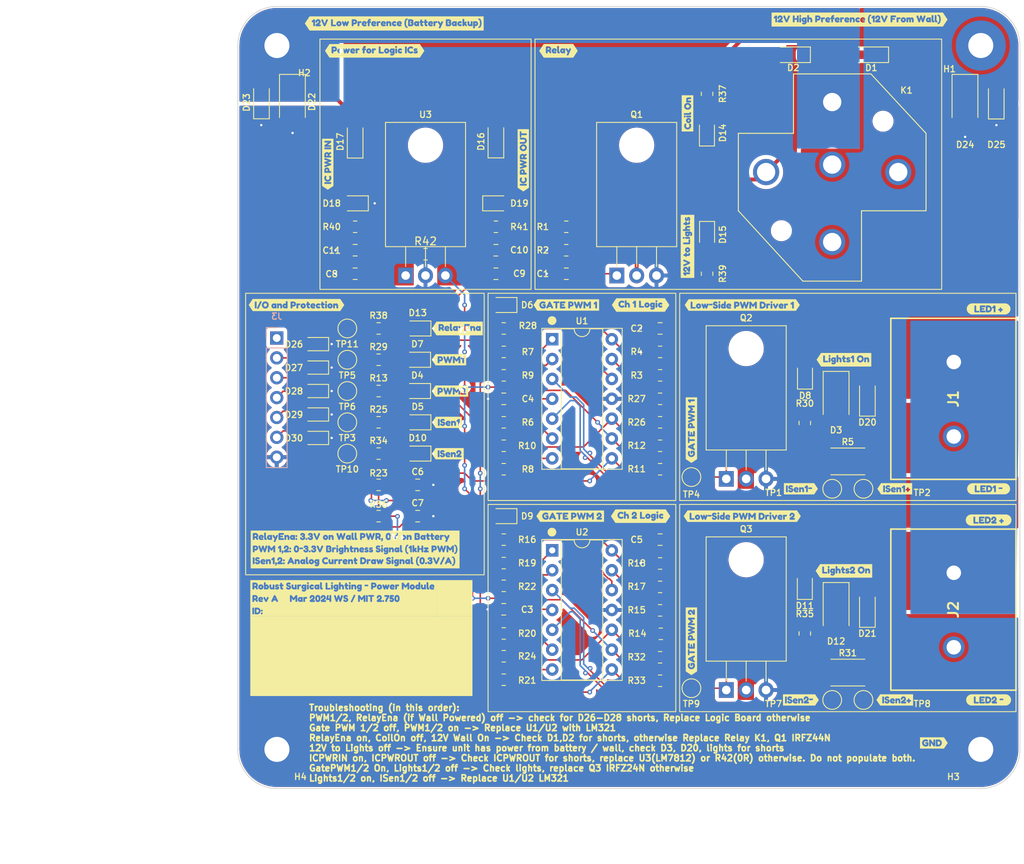
<source format=kicad_pcb>
(kicad_pcb (version 20240108) (generator "pcbnew") (generator_version "8.0")
  (title_block (company "Open Surgical Light Project - MIT Medical Device Design Spring 2024") (comment 1 "Drawn by: Edit author in Page Settings"))
  (layers (0 "F.Cu" signal) (31 "B.Cu" signal) (34 "B.Paste" user) (35 "F.Paste" user) (36 "B.SilkS" user "B.Silkscreen") (37 "F.SilkS" user "F.Silkscreen") (38 "B.Mask" user) (39 "F.Mask" user) (44 "Edge.Cuts" user))
  (property "AUTHOR" "Winnie Szeto")
  (property "PROJECT_REVISION" "A01")
  (property "PROJECT_TITLE" "Power Module")
  (net 0 "")
  (net 1 "GND")
  (net 2 "Net-(Q2-G)")
  (net 3 "/ISense1_P")
  (net 4 "Net-(Q3-G)")
  (net 5 "/CurrentSenseCh1")
  (net 6 "/CurrentSenseCh2")
  (net 7 "/12V_HighPreference")
  (net 8 "Net-(D1-A)")
  (net 9 "/12V_Lights")
  (net 10 "/12V_LowPreference")
  (net 11 "/ISense1_N")
  (net 12 "/ISense2_N")
  (net 13 "/RelaySelectHighPreference")
  (net 14 "/PWM_Lights1")
  (net 15 "Net-(U1A--)")
  (net 16 "Net-(U1B--)")
  (net 17 "Net-(R7-Pad1)")
  (net 18 "Net-(R8-Pad2)")
  (net 19 "Net-(U1C--)")
  (net 20 "Net-(U1C-+)")
  (net 21 "/ISen2_unfilt")
  (net 22 "/PWM_Lights2")
  (net 23 "Net-(U2A--)")
  (net 24 "Net-(U2B--)")
  (net 25 "Net-(U2C--)")
  (net 26 "Net-(U2C-+)")
  (net 27 "Net-(D4-A)")
  (net 28 "Net-(D5-A)")
  (net 29 "Net-(D6-A)")
  (net 30 "Net-(D7-A)")
  (net 31 "Net-(D8-K)")
  (net 32 "Net-(D9-A)")
  (net 33 "Net-(D10-A)")
  (net 34 "Net-(D11-K)")
  (net 35 "Net-(D13-A)")
  (net 36 "Net-(D14-A)")
  (net 37 "Net-(D15-A)")
  (net 38 "Net-(D18-A)")
  (net 39 "Net-(D19-A)")
  (net 41 "Net-(R27-Pad2)")
  (net 42 "Net-(U2D--)")
  (net 43 "Net-(R15-Pad2)")
  (net 44 "Net-(R19-Pad1)")
  (net 45 "Net-(R21-Pad2)")
  (net 46 "Net-(U1D--)")
  (net 47 "/ISen1_unfilt")
  (net 48 "/OpAmpPWR")
  (net 49 "/VIN_OPA_PWR")
  (net 50 "/ISense2_P")
  (net 51 "/RelayFETGate")
  (net 52 "/RELAY_COIL_N")
  (footprint "kibuzzard-65ECB486" (layer "F.Cu") (at 169 84.678202)
    (property "Reference" "kibuzzard-65ECB486" (hide yes))
    (property "Value" "G***" (hide yes))
  )
  (footprint "kibuzzard-65ECB1C7" (layer "F.Cu") (at 124 68.177857)
    (property "Reference" "kibuzzard-65ECB1C7" (hide yes))
    (property "Value" "G***" (hide yes))
  )
  (footprint "Diode_SMD:D_SOD-123F" (layer "F.Cu") (at 177.5 73.178202 90)
    (property "Reference" "D20")
    (property "Value" "SZSMF4L15CAT3G")
  )
  (footprint "Diode_SMD:D_SOD-123F" (layer "F.Cu") (at 112 40.178202 90)
    (property "Reference" "D17")
    (property "Value" "1N5819W")
  )
  (footprint "kibuzzard-65ECB1F7" (layer "F.Cu") (at 139 61.178202)
    (property "Reference" "kibuzzard-65ECB1F7" (hide yes))
    (property "Value" "G***" (hide yes))
  )
  (footprint "Resistor_SMD:R_0805_2012Metric" (layer "F.Cu") (at 131 79.178202 180)
    (property "Reference" "R10")
    (property "Value" "10K")
  )
  (footprint "Package_TO_SOT_THT:TO-220-3_Horizontal_TabDown" (layer "F.Cu") (at 118.46 57.408202)
    (property "Reference" "U3")
    (property "Value" "LM7805")
  )
  (footprint "TestPoint:TestPoint_Pad_D2.0mm" (layer "F.Cu") (at 111 64.178202)
    (property "Reference" "TP11")
    (property "Value" "TestPoint_Small")
  )
  (footprint "Resistor_SMD:R_0805_2012Metric" (layer "F.Cu") (at 151 109.228202 180)
    (property "Reference" "R33")
    (property "Value" "10K")
  )
  (footprint "Resistor_SMD:R_0805_2012Metric" (layer "F.Cu") (at 131 103.178202)
    (property "Reference" "R20")
    (property "Value" "10K")
  )
  (footprint "Resistor_SMD:R_2512_6332Metric" (layer "F.Cu") (at 175 108.178202 180)
    (property "Reference" "R31")
    (property "Value" "5mR 1W")
  )
  (footprint "TestPoint:TestPoint_Pad_D2.0mm" (layer "F.Cu") (at 177 84.678202)
    (property "Reference" "TP2")
    (property "Value" "TestPoint_Small")
  )
  (footprint "Resistor_SMD:R_0805_2012Metric" (layer "F.Cu") (at 151 97.228202)
    (property "Reference" "R17")
    (property "Value" "100R")
  )
  (footprint "TestPoint:TestPoint_Pad_D2.0mm" (layer "F.Cu") (at 173 84.678202)
    (property "Reference" "TP1")
    (property "Value" "TestPoint_Small")
  )
  (footprint "kibuzzard-65ECB58F" (layer "F.Cu") (at 161.5 88.178202)
    (property "Reference" "kibuzzard-65ECB58F" (hide yes))
    (property "Value" "G***" (hide yes))
  )
  (footprint "Resistor_SMD:R_0805_2012Metric" (layer "F.Cu") (at 157 57.178202 90)
    (property "Reference" "R39")
    (property "Value" "0805,10k")
  )
  (footprint "kibuzzard-65F1E0A1" (layer "F.Cu") (at 110.5 98.678202)
    (property "Reference" "kibuzzard-65F1E0A1" (hide yes))
    (property "Value" "G***" (hide yes))
  )
  (footprint "Resistor_SMD:R_0805_2012Metric" (layer "F.Cu") (at 169.5 103.178202 -90)
    (property "Reference" "R35")
    (property "Value" "0805,10k")
  )
  (footprint "kibuzzard-65ECAEE6" (layer "F.Cu") (at 154.5 36.678202 90)
    (property "Reference" "kibuzzard-65ECAEE6" (hide yes))
    (property "Value" "G***" (hide yes))
  )
  (footprint "Diode_SMD:D_SOD-123F" (layer "F.Cu") (at 168 29.178202 180)
    (property "Reference" "D2")
    (property "Value" "1N5819W")
  )
  (footprint "kibuzzard-65F7788D" (layer "F.Cu") (at 154.5 53.678202 90)
    (property "Reference" "kibuzzard-65F7788D" (hide yes))
    (property "Value" "G***" (hide yes))
  )
  (footprint "Resistor_SMD:R_0805_2012Metric" (layer "F.Cu") (at 169.5 76.265702 -90)
    (property "Reference" "R30")
    (property "Value" "0805,10k")
  )
  (footprint "TestPoint:TestPoint_Pad_D2.0mm" (layer "F.Cu") (at 173 111.678202)
    (property "Reference" "TP7")
    (property "Value" "TestPoint_Small")
  )
  (footprint "Diode_SMD:D_SOD-323F" (layer "F.Cu") (at 107 78.178202 180)
    (property "Reference" "D30")
    (property "Value" "PESD3V3L1BA,115")
  )
  (footprint "Connectors_SurgicalLighting:NC6-P108-02" (layer "F.Cu") (at 188.551 68.466702 -90)
    (property "Reference" "J1")
    (property "Value" "NC6-P108-02" (hide yes))
  )
  (footprint "kibuzzard-65ECB323" (layer "F.Cu") (at 181 84.678202)
    (property "Reference" "kibuzzard-65ECB323" (hide yes))
    (property "Value" "G***" (hide yes))
  )
  (footprint "Resistor_SMD:R_0805_2012Metric" (layer "F.Cu") (at 131 106.090702 180)
    (property "Reference" "R24")
    (property "Value" "10K")
  )
  (footprint "kibuzzard-65ECB3CB" (layer "F.Cu") (at 193 61.678202)
    (property "Reference" "kibuzzard-65ECB3CB" (hide yes))
    (property "Value" "G***" (hide yes))
  )
  (footprint "Resistor_SMD:R_0805_2012Metric" (layer "F.Cu") (at 115 72.178202)
    (property "Reference" "R13")
    (property "Value" "0805,1k")
  )
  (footprint "Resistor_SMD:R_0805_2012Metric" (layer "F.Cu") (at 131 64.178202 180)
    (property "Reference" "R28")
    (property "Value" "0805,1k")
  )
  (footprint "kibuzzard-65ECB075" (layer "F.Cu") (at 148.5 88.178202)
    (property "Reference" "kibuzzard-65ECB075" (hide yes))
    (property "Value" "G***" (hide yes))
  )
  (footprint "MountingHole:MountingHole_3.2mm_M3_Pad_TopBottom" (layer "F.Cu") (at 102 28)
    (property "Reference" "H2")
    (property "Value" "M3 Hole")
  )
  (footprint "kibuzzard-65F778C5" (layer "F.Cu") (at 108.5 43.178202 90)
    (property "Reference" "kibuzzard-65F778C5" (hide yes))
    (property "Value" "G***" (hide yes))
  )
  (footprint "Diode_SMD:D_SOD-123F" (layer "F.Cu") (at 130 40.155702 90)
    (property "Reference" "D16")
    (property "Value" "1N5819W")
  )
  (footprint "LED_SMD:LED_0805_2012Metric" (layer "F.Cu") (at 112 48.178202 180)
    (property "Reference" "D18")
    (property "Value" "LED WHITE")
  )
  (footprint "kibuzzard-65ECB342" (layer "F.Cu") (at 181 111.678202)
    (property "Reference" "kibuzzard-65ECB342" (hide yes))
    (property "Value" "G***" (hide yes))
  )
  (footprint "Resistor_SMD:R_0805_2012Metric" (layer "F.Cu") (at 151 82.178202 180)
    (property "Reference" "R11")
    (property "Value" "10K")
  )
  (footprint "kibuzzard-65ECDF44" (layer "F.Cu") (at 112 91.678202)
    (property "Reference" "kibuzzard-65ECDF44" (hide yes))
    (property "Value" "G***" (hide yes))
  )
  (footprint "TestPoint:TestPoint_Pad_D2.0mm" (layer "F.Cu") (at 111 68.178202 180)
    (property "Reference" "TP5")
    (property "Value" "TestPoint_Small")
  )
  (footprint "MountingHole:MountingHole_3.2mm_M3_Pad_TopBottom" (layer "F.Cu") (at 192 118)
    (property "Reference" "H3")
    (property "Value" "M3 Hole")
  )
  (footprint "Resistor_SMD:R_0805_2012Metric" (layer "F.Cu") (at 151 79.178202 180)
    (property "Reference" "R12")
    (property "Value" "10K")
  )
  (footprint "LED_SMD:LED_0805_2012Metric" (layer "F.Cu") (at 156.98 39.158202 90)
    (property "Reference" "D14")
    (property "Value" "LED Orange")
  )
  (footprint "kibuzzard-65ECAFEF" (layer "F.Cu") (at 114.5 28.678202)
    (property "Reference" "kibuzzard-65ECAFEF" (hide yes))
    (property "Value" "G***" (hide yes))
  )
  (footprint "LED_SMD:LED_0805_2012Metric" (layer "F.Cu") (at 157 52.178202 -90)
    (property "Reference" "D15")
    (property "Value" "LED Blue")
  )
  (footprint "kibuzzard-65ECB6CC" (layer "F.Cu") (at 117 25.178202)
    (property "Reference" "kibuzzard-65ECB6CC" (hide yes))
    (property "Value" "G***" (hide yes))
  )
  (footprint "TestPoint:TestPoint_Pad_D2.0mm" (layer "F.Cu") (at 111 80.178202 180)
    (property "Reference" "TP10")
    (property "Value" "TestPoint_Small")
  )
  (footprint "Package_DIP:DIP-14_W7.62mm_Socket" (layer "F.Cu") (at 137.2 92.553202)
    (property "Reference" "U2")
    (property "Value" "LM324")
  )
  (footprint "TestPoint:TestPoint_Pad_D2.0mm" (layer "F.Cu") (at 155 110.178202)
    (property "Reference" "TP9")
    (property "Value" "TestPoint_Small")
  )
  (footprint "Resistor_SMD:R_0805_2012Metric" (layer "F.Cu") (at 151 94.228202 180)
    (property "Reference" "R18")
    (property "Value" "100K")
  )
  (footprint "Package_TO_SOT_THT:TO-220-3_Horizontal_TabDown" (layer "F.Cu") (at 159.46 110.408202)
    (property "Reference" "Q3")
    (property "Value" "IRLZ44N")
  )
  (footprint "LED_SMD:LED_0805_2012Metric" (layer "F.Cu") (at 131 61.178202 180)
    (property "Reference" "D6")
    (property "Value" "LED Orange")
  )
  (footprint "Capacitor_SMD:C_0805_2012Metric" (layer "F.Cu") (at 131 100.090702 180)
    (property "Reference" "C3")
    (property "Value" "1uF")
  )
  (footprint "Diode_SMD:D_SOD-323F" (layer "F.Cu") (at 107 72.178202 180)
    (property "Reference" "D28")
    (property "Value" "PESD3V3L1BA,115")
  )
  (footprint "Diode_SMD:D_SMA" (layer "F.Cu") (at 173.5 73.178202 -90)
    (property "Reference" "D3")
    (property "Value" "SMAZ15Z-13-F")
  )
  (footprint "LED_SMD:LED_0805_2012Metric" (layer "F.Cu") (at 120 64.178202 180)
    (property "Reference" "D13")
    (property "Value" "LED Yellow")
  )
  (footprint "Resistor_SMD:R_0805_2012Metric" (layer "F.Cu") (at 131 109.090702)
    (property "Reference" "R21")
    (property "Value" "10K")
  )
  (footprint "kibuzzard-65ECB6F2" (layer "F.Cu") (at 176.5 24.678202)
    (property "Reference" "kibuzzard-65ECB6F2" (hide yes))
    (property "Value" "G***" (hide yes))
  )
  (footprint "MountingHole:MountingHole_3.2mm_M3_Pad_TopBottom" (layer "F.Cu") (at 192 28)
    (property "Reference" "H1")
    (property "Value" "M3 Hole")
  )
  (footprint "kibuzzard-65ECB3F2" (layer "F.Cu") (at 193 111.678202)
    (property "Reference" "kibuzzard-65ECB3F2" (hide yes))
    (property "Value" "G***" (hide yes))
  )
  (footprint "LED_SMD:LED_0805_2012Metric" (layer "F.Cu") (at 120 80.178202 180)
    (property "Reference" "D10")
    (property "Value" "LED Green")
  )
  (footprint "Resistor_SMD:R_0805_2012Metric" (layer "F.Cu") (at 115 64.178202)
    (property "Reference" "R38")
    (property "Value" "0805,1k")
  )
  (footprint "Resistor_SMD:R_0805_2012Metric" (layer "F.Cu") (at 151 100.228202)
    (property "Reference" "R15")
    (property "Value" "10K")
  )
  (footprint "Resistor_SMD:R_0805_2012Metric" (layer "F.Cu") (at 131 94.178202 180)
    (property "Reference" "R19")
    (property "Value" "10K")
  )
  (footprint "Resistor_SMD:R_0805_2012Metric" (layer "F.Cu") (at 131 70.178202)
    (property "Reference" "R9")
    (property "Value" "10K")
  )
  (footprint "Resistor_SMD:R_0805_2012Metric" (layer "F.Cu") (at 115 68.178202)
    (property "Reference" "R29")
    (property "Value" "0805,1k")
  )
  (footprint "kibuzzard-65ECB19A" (layer "F.Cu") (at 125.07045 64.178202)
    (property "Reference" "kibuzzard-65ECB19A" (hide yes))
    (property "Value" "G***" (hide yes))
  )
  (footprint "MosfetsRelaysSwitches_Surgical_Lighting:TE_VCF4-1000" (layer "F.Cu") (at 173 44.178202 -90)
    (property "Reference" "K1")
    (property "Value" "PC792A-1C-C-12S-DN-X")
  )
  (footprint "kibuzzard-65ECB213" (layer "F.Cu") (at 124.125406 72.187109)
    (property "Reference" "kibuzzard-65ECB213" (hide yes))
    (property "Value" "G***" (hide yes))
  )
  (footprint "Diode_SMD:D_SOD-323F" (layer "F.Cu") (at 107 66.178202 180)
    (property "Reference" "D26")
    (property "Value" "PESD3V3L1BA,115")
  )
  (footprint "kibuzzard-65ECB3DA" (layer "F.Cu") (at 193 84.678202)
    (property "Reference" "kibuzzard-65ECB3DA" (hide yes))
    (property "Value" "G***" (hide yes))
  )
  (footprint "Resistor_SMD:R_0805_2012Metric" (layer "F.Cu") (at 130 51.178202)
    (property "Reference" "R41")
    (property "Value" "0805,1k")
  )
  (footprint "Package_TO_SOT_THT:TO-220-3_Horizontal_TabDown" (layer "F.Cu") (at 159.46 83.408202)
    (property "Reference" "Q2")
    (property "Value" "IRLZ44N")
  )
  (footprint "Resistor_SMD:R_0805_2012Metric" (layer "F.Cu") (at 151 73.178202)
    (property "Reference" "R27")
    (property "Value" "10K")
  )
  (footprint "Resistor_SMD:R_0805_2012Metric" (layer "F.Cu") (at 139 54.178202 180)
    (property "Reference" "R2")
    (property "Value" "100K")
  )
  (footprint "Resistor_SMD:R_0805_2012Metric" (layer "F.Cu") (at 131 97.090702)
    (property "Reference" "R22")
    (property "Value" "10K")
  )
  (footprint "MountingHole:MountingHole_3.2mm_M3_Pad_TopBottom" (layer "F.Cu") (at 102 118)
    (property "Reference" "H4")
    (property "Value" "M3 Hole")
  )
  (footprint "Resistor_SMD:R_0805_2012Metric" (layer "F.Cu") (at 131 91.178202 180)
    (property "Reference" "R16")
    (property "Value" "0805,1k")
  )
  (footprint "Resistor_SMD:R_0805_2012Metric" (layer "F.Cu") (at 115 84.178202 180)
    (property "Reference" "R23")
    (property "Value" "1K")
  )
  (footprint "Capacitor_SMD:C_0805_2012Metric" (layer "F.Cu") (at 120 88.178202)
    (property "Reference" "C7")
    (property "Value" "10nF")
  )
  (footprint "Connectors_SurgicalLighting:NC6-P108-02" (layer "F.Cu") (at 188.551 95.418202 -90)
    (property "Reference" "J2")
    (property "Value" "NC6-P108-02" (hide yes))
  )
  (footprint "kibuzzard-65ECB3EB" (layer "F.Cu") (at 193 88.678202)
    (property "Reference" "kibuzzard-65ECB3EB" (hide yes))
    (property "Value" "G***" (hide yes))
  )
  (footprint "Diode_SMD:D_SOD-323F" (layer "F.Cu") (at 107 75.178202 180)
    (property "Reference" "D29")
    (property "Value" "PESD3V3L1BA,115")
  )
  (footprint "Diode_SMD:D_SMA" (layer "F.Cu") (at 189.9775 35.200702 -90)
    (property "Reference" "D24")
    (property "Value" "SMAZ15Z-13-F")
  )
  (footprint "Resistor_SMD:R_0805_2012Metric" (layer "F.Cu") (at 157 34.178202 -90)
    (property "Reference" "R37")
    (property "Value" "0805,10k")
  )
  (footprint "Diode_SMD:D_SOD-123F" (layer "F.Cu") (at 193.9775 35.178202 90)
    (property "Reference" "D25")
    (property "Value" "SZSMF4L15CAT3G")
  )
  (footprint "Resistor_SMD:R_0805_2012Metric" (layer "F.Cu") (at 115 80.178202)
    (property "Reference" "R34")
    (property "Value" "0805,1k")
  )
  (footprint "kibuzzard-65ECB203" (layer "F.Cu") (at 155 104.178202 90)
    (property "Reference" "kibuzzard-65ECB203" (hide yes))
    (property "Value" "G***" (hide yes))
  )
  (footprint "LED_SMD:LED_0805_2012Metric" (layer "F.Cu") (at 131 88.178202 180)
    (property "Reference" "D9")
    (property "Value" "LED Orange")
  )
  (footprint "kibuzzard-65ECB1F7" (layer "F.Cu") (at 155 77.178202 90)
    (property "Reference" "kibuzzard-65ECB1F7" (hide yes))
    (property "Value" "G***" (hide yes))
  )
  (footprint "Diode_SMD:D_SOD-123F" (layer "F.Cu") (at 100.0225 35.155702 90)
    (property "Reference" "D23")
    (property "Value" "SZSMF4L15CAT3G")
  )
  (footprint "Resistor_SMD:R_0805_2012Metric" (layer "F.Cu") (at 115 76.178202)
    (property "Reference" "R25")
    (property "Value" "0805,1k")
  )
  (footprint "Capacitor_SMD:C_0805_2012Metric" (layer "F.Cu") (at 151 64.178202 180)
    (property "Reference" "C2")
    (property "Value" "10nF")
  )
  (footprint "Resistor_SMD:R_0805_2012Metric" (layer "F.Cu") (at 112 51.178202 180)
    (property "Reference" "R40")
    (property "Value" "0805,10k")
  )
  (footprint "Resistor_SMD:R_0805_2012Metric" (layer "F.Cu") (at 131 82.178202)
    (property "Reference" "R8")
    (property "Value" "10K")
  )
  (footprint "Resistor_SMD:R_2512_6332Metric" (layer "F.Cu") (at 175 81.178202 180)
    (property "Reference" "R5")
    (property "Value" "5mR 1W")
  )
  (footprint "kibuzzard-65F778BD" (layer "F.Cu") (at 133.5 42.678202 90)
    (property "Reference" "kibuzzard-65F778BD" (hide yes))
    (property "Value" "G***" (hide yes))
  )
  (footprint "kibuzzard-65ECB243" (layer "F.Cu") (at 123.740097 76.188917)
    (property "Reference" "kibuzzard-65ECB243" (hide yes))
    (property "Value" "G***" (hide yes))
  )
  (footprint "Capacitor_SMD:C_0805_2012Metric" (layer "F.Cu") (at 130 54.178202)
    (property "Reference" "C10")
    (property "Value" "1uF")
  )
  (footprint "TestPoint:TestPoint_Pad_D2.0mm" (layer "F.Cu") (at 177 111.678202)
    (property "Reference" "TP8")
    (property "Value" "TestPoint_Small")
  )
  (footprint "kibuzzard-65ECE287" (layer "F.Cu") (at 111.855874 93.958559)
    (property "Reference" "kibuzzard-65ECE287" (hide yes))
    (property "Value" "G***" (hide yes))
  )
  (footprint "LED_SMD:LED_0805_2012Metric" (layer "F.Cu") (at 130 48.178202)
    (property "Reference" "D19")
    (property "Value" "LED WHITE")
  )
  (footprint "Capacitor_SMD:C_0805_2012Metric" (layer "F.Cu") (at 130 57.188202)
    (property "Reference" "C9")
    (property "Value" "1uF")
  )
  (footprint "kibuzzard-65ECB164" (layer "F.Cu") (at 104.5 61.178202)
    (property "Reference" "kibuzzard-65ECB164" (hide yes))
    (property "Value" "G***" (hide yes))
  )
  (footprint "TestPoint:TestPoint_Pad_D2.0mm" (layer "F.Cu") (at 155 83.178202)
    (property "Reference" "TP4")
    (property "Value" "TestPoint_Small")
  )
  (footprint "Resistor_SMD:R_0805_2012Metric" (layer "F.Cu") (at 151 70.178202)
    (property "Reference" "R3")
    (property "Value" "100R")
  )
  (footprint "Resistor_SMD:R_0805_2012Metric" (layer "F.Cu") (at 151.0875 103.228202)
    (property "Reference" "R14")
    (property "Value" "10K")
  )
  (footprint "Capacitor_SMD:C_0805_2012Metric" (layer "F.Cu") (at 151 91.178202 180)
    (property "Reference" "C5")
    (property "Value" "10nF")
  )
  (footprint "Diode_SMD:D_SMA" (layer "F.Cu") (at 103.9775 35.200702 -90)
    (property "Reference" "D22")
    (property "Value" "SMAZ15Z-13-F")
  )
  (footprint "LED_SMD:LED_0805_2012Metric" (layer "F.Cu") (at 169.52 70.245702 90)
    (property "Reference" "D8")
    (property "Value" "LED WHITE")
  )
  (footprint "Diode_SMD:D_SOD-323F" (layer "F.Cu") (at 107 69.178202 180)
    (property "Reference" "D27")
    (property "Value" "PESD3V3L1BA,115")
  )
  (footprint "kibuzzard-65ECB57D" (layer "F.Cu") (at 161.5 61.178202)
    (property "Reference" "kibuzzard-65ECB57D" (hide yes))
    (property "Value" "G***" (hide yes))
  )
  (footprint "TestPoint:TestPoint_Pad_D2.0mm" (layer "F.Cu") (at 111 76.178202 180)
    (property "Reference" "TP3")
    (property "Value" "TestPoint_Small")
  )
  (footprint "Capacitor_SMD:C_0805_2012Metric" (layer "F.Cu") (at 131 73.178202 180)
    (property "Reference" "C4")
    (property "Value" "1uF")
  )
  (footprint "LED_SMD:LED_0805_2012Metric" (layer "F.Cu") (at 119.96 68.178202 180)
    (property "Reference" "D7")
    (property "Value" "LED Yellow")
  )
  (footprint "LED_SMD:LED_0805_2012Metric" (layer "F.Cu") (at 169.5 97.138202 90)
    (property "Reference" "D11")
    (property "Value" "LED WHITE")
  )
  (footprint "Capacitor_SMD:C_0805_2012Metric" (layer "F.Cu") (at 139 57.178202 180)
    (property "Reference" "C1")
    (property "Value" "1uF")
  )
  (footprint "kibuzzard-65ECB256" (layer "F.Cu") (at 123.84762 80.194359)
    (property "Reference" "kibuzzard-65ECB256" (hide yes))
    (property "Value" "G***" (hide yes))
  )
  (footprint "kibuzzard-65ECDE3F" (layer "F.Cu") (at 174.5 68.178202)
    (property "Reference" "kibuzzard-65ECDE3F" (hide yes))
    (property "Value" "G***" (hide yes))
  )
  (footprint "kibuzzard-65ECAFB8" (layer "F.Cu") (at 138 28.678202)
    (property "Reference" "kibuzzard-65ECAFB8" (hide yes))
    (property "Value" "G***" (hide yes))
  )
  (footprint "kibuzzard-65ECDE69" (layer "F.Cu") (at 174.5 95.178202)
    (property "Reference" "kibuzzard-65ECDE69" (hide yes))
    (property "Value" "G***" (hide yes))
  )
  (footprint "Resistor_SMD:R_0805_2012Metric" (layer "F.Cu") (at 131 67.178202 180)
    (property "Reference" "R7")
    (property "Value" "10K")
  )
  (footprint "Package_DIP:DIP-14_W7.62mm_Socket" (layer "F.Cu") (at 137.2 65.553202)
    (property "Reference" "U1")
    (property "Value" "LM324")
  )
  (footprint "Resistor_SMD:R_0805_2012Metric" (layer "F.Cu") (at 121 54.678202)
    (property "Reference" "R42")
    (property "Value" "0805,0")
  )
  (footprint "LED_SMD:LED_0805_2012Metric" (layer "F.Cu") (at 119.96 72.178202 180)
    (property "Reference" "D4")
    (property "Value" "LED Yellow")
  )
  (footprint "Diode_SMD:D_SOD-123F" (layer "F.Cu") (at 178 29.178202 180)
    (property "Reference" "D1")
    (property "Value" "1N5819W")
  )
  (footprint "kibuzzard-65ECB67C" (layer "F.Cu") (at 169 111.678202)
    (property "Reference" "kibuzzard-65ECB67C" (hide yes))
    (property "Value" "G***" (hide yes))
  )
  (footprint "Resistor_SMD:R_0805_2012Metric" (layer "F.Cu") (at 131 76.178202)
    (property "Reference" "R6")
    (property "Value" "10K")
  )
  (footprint "Diode_SMD:D_SMA" (layer "F.Cu") (at 173.5 100.178202 -90)
    (property "Reference" "D12")
    (property "Value" "SMAZ15Z-13-F")
  )
  (footprint "Resistor_SMD:R_0805_2012Metric" (layer "F.Cu") (at 151 76.178202)
    (property "Reference" "R26")
    (property "Value" "10K")
  )
  (footprint "Resistor_SMD:R_0805_2012Metric" (layer "F.Cu") (at 115 88.178202 180)
    (property "Reference" "R36")
    (property "Value" "1K")
  )
  (footprint "Capacitor_SMD:C_0805_2012Metric" (layer "F.Cu") (at 120 84.178202)
    (property "Reference" "C6")
    (property "Value" "10nF")
  )
  (footprint "kibuzzard-65ECBE96" (layer "F.Cu") (at 186 117.178202)
    (property "Reference" "kibuzzard-65ECBE96" (hide yes))
    (property "Value" "G***" (hide yes))
  )
  (footprint "Resistor_SMD:R_0805_2012Metric" (layer "F.Cu") (at 139 51.178202)
    (property "Reference" "R1")
    (property "Value" "1K")
  )
  (footprint "kibuzzard-65ECB203" (layer "F.Cu") (at 139.5 88.178202)
    (property "Reference" "kibuzzard-65ECB203" (hide yes))
    (property "Value" "G***" (hide yes))
  )
  (footprint "LED_SMD:LED_0805_2012Metric" (layer "F.Cu") (at 120 76.178202 180)
    (property "Reference" "D5")
    (property "Value" "LED Green")
  )
  (footprint "Diode_SMD:D_SOD-123F" (layer "F.Cu") (at 177.5 100.178202 90)
    (property "Reference" "D21")
    (property "Value" "SZSMF4L15CAT3G")
  )
  (footprint "Resistor_SMD:R_0805_2012Metric" (layer "F.Cu") (at 151 106.228202 180)
    (property "Reference" "R32")
    (property "Value" "10K")
  )
  (footprint "Capacitor_SMD:C_0805_2012Metric" (layer "F.Cu") (at 112 57.178202 180)
    (property "Reference" "C8")
    (property "Value" "1uF")
  )
  (footprint "Capacitor_SMD:C_0805_2012Metric" (layer "F.Cu") (at 112 54.168202 180)
    (property "Reference" "C11")
    (property "Value" "1uF")
  )
  (footprint "kibuzzard-65ECB040" (layer "F.Cu") (at 148.5 61.178202)
    (property "Reference" "kibuzzard-65ECB040" (hide yes))
    (property "Value" "G***" (hide yes))
  )
  (footprint "TestPoint:TestPoint_Pad_D2.0mm" (layer "F.Cu") (at 111 72.178202 180)
    (property "Reference" "TP6")
    (property "Value" "TestPoint_Small")
  )
  (footprint "Package_TO_SOT_THT:TO-220-3_Horizontal_TabDown" (layer "F.Cu") (at 145.46 57.408202)
    (property "Reference" "Q1")
    (property "Value" "IRLZ44N")
  )
  (footprint "Resistor_SMD:R_0805_2012Metric" (layer "F.Cu") (at 151 67.178202 180)
    (property "Reference" "R4")
    (property "Value" "100K")
  )
  (footprint "Connector_PinSocket_2.54mm:PinSocket_1x07_P2.54mm_Vertical" (layer "B.Cu") (at 101.975 65.4 180)
    (property "Reference" "J3")
    (property "Value" "1x7 Socket P2.54mm")
  )
  (gr_circle (center 137.164868 90.221211) (end 137.664868 90.221211) (stroke (width 0.12)) (fill solid) (layer "F.SilkS"))
  (gr_circle (center 137.179204 63.172752) (end 137.679204 63.172752) (stroke (width 0.12)) (fill solid) (layer "F.SilkS"))
  (gr_rect (start 122.406556 96.356404) (end 127 101) (fill solid) (layer "F.SilkS"))
  (gr_rect (start 153.5 86.678202) (end 196.5 113.178202) (stroke (width 0.12)) (fill none) (layer "F.SilkS"))
  (gr_rect (start 129 86.678202) (end 153 113.178202) (stroke (width 0.12)) (fill none) (layer "F.SilkS"))
  (gr_rect (start 98.593444 101) (end 127 111.178202) (fill solid) (layer "F.SilkS"))
  (gr_rect (start 153.5 59.678202) (end 196.5 86.178202) (stroke (width 0.12)) (fill none) (layer "F.SilkS"))
  (gr_rect (start 107.5 27.178202) (end 134.5 59.178202) (stroke (width 0.12)) (fill none) (layer "F.SilkS"))
  (gr_rect (start 135 27.178202) (end 187 59.178202) (stroke (width 0.12)) (fill none) (layer "F.SilkS"))
  (gr_rect (start 98 59.678202) (end 128.5 95.678202) (stroke (width 0.12)) (fill none) (layer "F.SilkS"))
  (gr_rect (start 129 59.678202) (end 153 86.178202) (stroke (width 0.12)) (fill none) (layer "F.SilkS"))
  (gr_rect (start 124.910978 93.185027) (end 125.349702 94.855828) (fill solid) (layer "F.SilkS"))
  (gr_arc (start 102 123) (mid 98.464466 121.535534) (end 97 118) (stroke (width 0.1)) (layer "Edge.Cuts"))
  (gr_line (start 192 23) (end 102 23) (stroke (width 0.1)) (layer "Edge.Cuts"))
  (gr_arc (start 97 28) (mid 98.464466 24.464466) (end 102 23) (stroke (width 0.1)) (layer "Edge.Cuts"))
  (gr_arc (start 197 118) (mid 195.535534 121.535534) (end 192 123) (stroke (width 0.1)) (layer "Edge.Cuts"))
  (gr_line (start 97 118) (end 97 28) (stroke (width 0.1)) (layer "Edge.Cuts"))
  (gr_line (start 102 123) (end 192 123) (stroke (width 0.1)) (layer "Edge.Cuts"))
  (gr_line (start 197 28) (end 197 118) (stroke (width 0.1)) (layer "Edge.Cuts"))
  (gr_arc (start 192 23) (mid 195.535534 24.464466) (end 197 28) (stroke (width 0.1)) (layer "Edge.Cuts"))
  (gr_text "Troubleshooting (in this order):\nPWM1/2, RelayEna (if Wall Powered) off -> check for D26-D28 shorts, Replace Logic Board otherwise\nGate PWM 1/2 off, PWM1/2 on -> Replace U1/U2 with LM321\nRelayEna on, CoilOn off, 12V Wall On -> Check D1,D2 for shorts, otherwise Replace Relay K1, Q1 IRFZ44N\n12V to Lights off -> Ensure unit has power from battery / wall, check D3, D20, lights for shorts\nICPWRIN on, ICPWROUT off -> Check ICPWROUT for shorts, replace U3(LM7812) or R42(0R) otherwise. Do not populate both.\nGatePWM1/2 On, Lights1/2 off -> Check lights, replace Q3 IRFZ24N otherwise\nLights1/2 on, ISen1/2 off -> Replace U1/U2 LM321" (at 106 117.178202 0) (layer "F.SilkS") (effects (font (size 0.8 0.8) (thickness 0.2) (bold yes)) (justify left)))
  (segment (start 130.05 73.178202) (end 129 73.178202) (width 0.2032) (layer "F.Cu") (net 1))
  (segment (start 130.05 100.090702) (end 128.934105 100.090702) (width 0.2032) (layer "F.Cu") (net 1))
  (segment (start 128.934105 100.090702) (end 128.931957 100.09285) (width 0.2032) (layer "F.Cu") (net 1))
  (via (at 114.5 48.178202) (size 0.6) (drill 0.3) (layers "F.Cu" "B.Cu") (net 1))
  (via (at 109 66.178202) (size 0.6) (drill 0.3) (layers "F.Cu" "B.Cu") (net 1))
  (via (at 109 72.178202) (size 0.6) (drill 0.3) (layers "F.Cu" "B.Cu") (net 1))
  (via (at 122 84.178202) (size 0.6) (drill 0.3) (layers "F.Cu" "B.Cu") (net 1))
  (via (at 109.5 54.178202) (size 0.6) (drill 0.3) (layers "F.Cu" "B.Cu") (net 1))
  (via (at 122 76.178202) (size 0.6) (drill 0.3) (layers "F.Cu" "B.Cu") (net 1))
  (via (at 190 39.678202) (size 0.6) (drill 0.3) (layers "F.Cu" "B.Cu") (net 1))
  (via (at 122 88.178202) (size 0.6) (drill 0.3) (layers "F.Cu" "B.Cu") (net 1))
  (via (at 148.5 67.178202) (size 0.6) (drill 0.3) (layers "F.Cu" "B.Cu") (net 1))
  (via (at 109 75.178202) (size 0.6) (drill 0.3) (layers "F.Cu" "B.Cu") (net 1))
  (via (at 109 69.178202) (size 0.6) (drill 0.3) (layers "F.Cu" "B.Cu") (net 1))
  (via (at 129 73.178202) (size 0.6) (drill 0.3) (layers "F.Cu" "B.Cu") (net 1))
  (via (at 109.5 57.178202) (size 0.6) (drill 0.3) (layers "F.Cu" "B.Cu") (net 1))
  (via (at 148.5 94.178202) (size 0.6) (drill 0.3) (layers "F.Cu" "B.Cu") (net 1))
  (via (at 109 78.178202) (size 0.6) (drill 0.3) (layers "F.Cu" "B.Cu") (net 1))
  (via (at 104 39.178202) (size 0.6) (drill 0.3) (layers "F.Cu" "B.Cu") (net 1))
  (via (at 100 38.178202) (size 0.6) (drill 0.3) (layers "F.Cu" "B.Cu") (net 1))
  (via (at 122 68.178202) (size 0.6) (drill 0.3) (layers "F.Cu" "B.Cu") (net 1))
  (via (at 148.5 64.178202) (size 0.6) (drill 0.3) (layers "F.Cu" "B.Cu") (net 1))
  (via (at 136.5 57.178202) (size 0.6) (drill 0.3) (layers "F.Cu" "B.Cu") (net 1))
  (via (at 194 38.178202) (size 0.6) (drill 0.3) (layers "F.Cu" "B.Cu") (net 1))
  (via (at 136.5 54.178202) (size 0.6) (drill 0.3) (layers "F.Cu" "B.Cu") (net 1))
  (via (at 122 64.178202) (size 0.6) (drill 0.3) (layers "F.Cu" "B.Cu") (net 1))
  (via (at 128.931957 100.09285) (size 0.6) (drill 0.3) (layers "F.Cu" "B.Cu") (net 1))
  (via (at 122 72.178202) (size 0.6) (drill 0.3) (layers "F.Cu" "B.Cu") (net 1))
  (via (at 122 80.178202) (size 0.6) (drill 0.3) (layers "F.Cu" "B.Cu") (net 1))
  (segment (start 159.46 77.725702) (end 151.9125 70.178202) (width 0.2032) (layer "F.Cu") (net 2))
  (segment (start 151.95 64.178202) (end 151.95 67.140702) (width 0.2032) (layer "F.Cu") (net 2))
  (segment (start 159.23 83.178202) (end 155 83.178202) (width 0.2032) (layer "F.Cu") (net 2))
  (segment (start 151.95 67.140702) (end 151.9125 67.178202) (width 0.2032) (layer "F.Cu") (net 2))
  (segment (start 159.46 83.408202) (end 159.23 83.178202) (width 0.2032) (layer "F.Cu") (net 2))
  (segment (start 159.46 83.408202) (end 159.46 77.725702) (width 0.2032) (layer "F.Cu") (net 2))
  (segment (start 151.95 64.178202) (end 151.95 70.140702) (width 0.2032) (layer "F.Cu") (net 2))
  (segment (start 151.95 70.140702) (end 151.9125 70.178202) (width 0.2032) (layer "F.Cu") (net 2))
  (segment (start 145.398384 84.403202) (end 141.699478 80.704296) (width 0.2) (layer "F.Cu") (net 3))
  (segment (start 175.225001 86.453201) (end 175.225001 87.271401) (width 0.2) (layer "F.Cu") (net 3))
  (segment (start 150.9068 84.403202) (end 145.398384 84.403202) (width 0.2) (layer "F.Cu") (net 3))
  (segment (start 175.225001 87.271401) (end 174.0932 88.403202) (width 0.2) (layer "F.Cu") (net 3))
  (segment (start 174.0932 88.403202) (end 154.9068 88.403202) (width 0.2) (layer "F.Cu") (net 3))
  (segment (start 177.9625 81.178202) (end 177 81.178202) (width 0.2032) (layer "F.Cu") (net 3))
  (segment (start 141.699478 80.704296) (end 141.416635 80.704296) (width 0.2) (layer "F.Cu") (net 3))
  (segment (start 174 75.178202) (end 171.8975 75.178202) (width 0.2032) (layer "F.Cu") (net 3))
  (segment (start 154.9068 88.403202) (end 150.9068 84.403202) (width 0.2) (layer "F.Cu") (net 3))
  (segment (start 176.5 81.678202) (end 176.5 84.178202) (width 0.2032) (layer "F.Cu") (net 3))
  (segment (start 171.8975 75.178202) (end 169.98 77.095702) (width 0.2032) (layer "F.Cu") (net 3))
  (segment (start 177 81.178202) (end 176.5 81.678202) (width 0.2032) (layer "F.Cu") (net 3))
  (segment (start 177 84.678202) (end 175.225001 86.453201) (width 0.2) (layer "F.Cu") (net 3))
  (via (at 141.416635 80.704296) (size 0.6) (drill 0.3) (layers "F.Cu" "B.Cu") (net 3))
  (segment (start 140.775 74.111814) (end 140.775 79.779818) (width 0.2) (layer "B.Cu") (net 3))
  (segment (start 139.515 73.398202) (end 140.061388 73.398202) (width 0.2) (layer "B.Cu") (net 3))
  (segment (start 140.775 79.779818) (end 141.416635 80.421453) (width 0.2) (layer "B.Cu") (net 3))
  (segment (start 140.061388 73.398202) (end 140.775 74.111814) (width 0.2) (layer "B.Cu") (net 3))
  (segment (start 137.2 75.713202) (end 139.515 73.398202) (width 0.2) (layer "B.Cu") (net 3))
  (segment (start 141.416635 80.421453) (end 141.416635 80.704296) (width 0.2) (layer "B.Cu") (net 3))
  (segment (start 159.46 110.408202) (end 159.46 104.775702) (width 0.2032) (layer "F.Cu") (net 4))
  (segment (start 151.95 94.190702) (end 151.9125 94.228202) (width 0.2032) (layer "F.Cu") (net 4))
  (segment (start 159.439159 110.387361) (end 159.46 110.408202) (width 0.2032) (layer "F.Cu") (net 4))
  (segment (start 151.9125 94.228202) (end 151.9125 97.228202) (width 0.2032) (layer "F.Cu") (net 4))
  (segment (start 151.95 91.178202) (end 151.95 94.190702) (width 0.2032) (layer "F.Cu") (net 4))
  (segment (start 155 110.178202) (end 159.23 110.178202) (width 0.1778) (layer "F.Cu") (net 4))
  (segment (start 159.23 110.178202) (end 159.439159 110.387361) (width 0.1778) (layer "F.Cu") (net 4))
  (segment (start 159.46 104.775702) (end 151.9125 97.228202) (width 0.2032) (layer "F.Cu") (net 4))
  (segment (start 119.05 84.178202) (end 117.05 86.178202) (width 0.2032) (layer "F.Cu") (net 5))
  (segment (start 101.975 75.56) (end 102.796798 74.738202) (width 0.2032) (layer "F.Cu") (net 5))
  (segment (start 111 76.178202) (end 113 78.178202) (width 0.2032) (layer "F.Cu") (net 5))
  (segment (start 105.9 75.178202) (end 106.9 76.178202) (width 0.2032) (layer "F.Cu") (net 5))
  (segment (start 114.0875 86.090702) (end 114.0875 84.178202) (width 0.2032) (layer "F.Cu") (net 5))
  (segment (start 106.9 76.178202) (end 111 76.178202) (width 0.2032) (layer "F.Cu") (net 5))
  (segment (start 113 83.090702) (end 114.0875 84.178202) (width 0.2032) (layer "F.Cu") (net 5))
  (segment (start 105.46 74.738202) (end 105.9 75.178202) (width 0.2032) (layer "F.Cu") (net 5))
  (segment (start 114 86.178202) (end 114.0875 86.090702) (width 0.2032) (layer "F.Cu") (net 5))
  (segment (start 102.796798 74.738202) (end 105.46 74.738202) (width 0.2032) (layer "F.Cu") (net 5))
  (segment (start 117.05 86.178202) (end 116 86.178202) (width 0.2032) (layer "F.Cu") (net 5))
  (segment (start 113 78.178202) (end 113 83.090702) (width 0.2032) (layer "F.Cu") (net 5))
  (via (at 114 86.178202) (size 0.6) (drill 0.3) (layers "F.Cu" "B.Cu") (net 5))
  (via (at 116 86.178202) (size 0.6) (drill 0.3) (layers "F.Cu" "B.Cu") (net 5))
  (segment (start 116 86.178202) (end 114 86.178202) (width 0.2032) (layer "B.Cu") (net 5))
  (segment (start 117.673537 89.554665) (end 119.05 88.178202) (width 0.2032) (layer "F.Cu") (net 6))
  (segment (start 105 77.278202) (end 105.9 78.178202) (width 0.2032) (layer "F.Cu") (net 6))
  (segment (start 114.0875 88.178202) (end 115.463963 89.554665) (width 0.2032) (layer "F.Cu") (net 6))
  (segment (start 115.463963 89.554665) (end 117.673537 89.554665) (width 0.2032) (layer "F.Cu") (net 6))
  (segment (start 102.796798 77.278202) (end 105 77.278202) (width 0.2032) (layer "F.Cu") (net 6))
  (segment (start 101.975 78.1) (end 102.796798 77.278202) (width 0.2032) (layer "F.Cu") (net 6))
  (segment (start 114.0875 88.178202) (end 111 85.090702) (width 0.2032) (layer "F.Cu") (net 6))
  (segment (start 111 85.090702) (end 111 80.178202) (width 0.2032) (layer "F.Cu") (net 6))
  (segment (start 107.9 80.178202) (end 105.9 78.178202) (width 0.2032) (layer "F.Cu") (net 6))
  (segment (start 111 80.178202) (end 107.9 80.178202) (width 0.2032) (layer "F.Cu") (net 6))
  (segment (start 130 37.178202) (end 133.9125 33.265702) (width 0.5) (layer "F.Cu") (net 7))
  (segment (start 179.4 29.178202) (end 181.45 31.228202) (width 0.5) (layer "F.Cu") (net 7))
  (segment (start 157 31.678202) (end 161.5 27.178202) (width 0.5) (layer "F.Cu") (net 7))
  (segment (start 133.9125 33.265702) (end 157 33.265702) (width 0.5) (layer "F.Cu") (net 7))
  (segment (start 130 38.755702) (end 130 37.178202) (width 0.5) (layer "F.Cu") (net 7))
  (segment (start 161.5 27.178202) (end 192 27.178202) (width 0.5) (layer "F.Cu") (net 7))
  (segment (start 157 33.265702) (end 157 31.678202) (width 0.5) (layer "F.Cu") (net 7))
  (segment (start 181.45 31.228202) (end 181.45 45.128202) (width 0.5) (layer "F.Cu") (net 7))
  (segment (start 169.4 29.178202) (end 176.6 29.178202) (width 0.5) (layer "F.Cu") (net 8))
  (segment (start 157 58.090702) (end 168.9875 58.090702) (width 0.2032) (layer "F.Cu") (net 9))
  (segment (start 171.9125 71.178202) (end 170 69.265702) (width 0.2032) (layer "F.Cu") (net 9))
  (segment (start 174 98.778202) (end 172.5125 98.778202) (width 0.2032) (layer "F.Cu") (net 9))
  (segment (start 174 71.178202) (end 171.9125 71.178202) (width 0.2032) (layer "F.Cu") (net 9))
  (segment (start 168.9875 58.090702) (end 173 54.078202) (width 0.2032) (layer "F.Cu") (net 9))
  (segment (start 172.5125 98.778202) (end 170 96.265702) (width 0.2032) (layer "F.Cu") (net 9))
  (segment (start 112 38.778202) (end 112 37.178202) (width 0.5) (layer "F.Cu") (net 10))
  (segment (start 112 37.178202) (end 102 27.178202) (width 0.5) (layer "F.Cu") (net 10))
  (segment (start 173 81.178202) (end 173.5 81.678202) (width 0.2032) (layer "F.Cu") (net 11))
  (segment (start 173 84.678202) (end 174.774999 86.453201) (width 0.2) (layer "F.Cu") (net 11))
  (segment (start 174.774999 86.453201) (end 174.774999 87.085003) (width 0.2) (layer "F.Cu") (net 11))
  (segment (start 173.9068 87.953202) (end 155.0932 87.953202) (width 0.2) (layer "F.Cu") (net 11))
  (segment (start 145.584782 83.953202) (end 142.017677 80.386097) (width 0.2) (layer "F.Cu") (net 11))
  (segment (start 155.0932 87.953202) (end 151.0932 83.953202) (width 0.2) (layer "F.Cu") (net 11))
  (segment (start 142.017677 80.386097) (end 142.017677 80.103254) (width 0.2) (layer "F.Cu") (net 11))
  (segment (start 151.0932 83.953202) (end 145.584782 83.953202) (width 0.2) (layer "F.Cu") (net 11))
  (segment (start 172.0375 81.178202) (end 173 81.178202) (width 0.2032) (layer "F.Cu") (net 11))
  (segment (start 174.774999 87.085003) (end 173.9068 87.953202) (width 0.2) (layer "F.Cu") (net 11))
  (segment (start 173.5 81.678202) (end 173.5 84.178202) (width 0.2032) (layer "F.Cu") (net 11))
  (via (at 142.017677 80.103254) (size 0.6) (drill 0.3) (layers "F.Cu" "B.Cu") (net 11))
  (segment (start 139.515 72.948202) (end 140.247788 72.948202) (width 0.2) (layer "B.Cu") (net 11))
  (segment (start 140.247788 72.948202) (end 141.225 73.925414) (width 0.2) (layer "B.Cu") (net 11))
  (segment (start 137.2 70.633202) (end 139.515 72.948202) (width 0.2) (layer "B.Cu") (net 11))
  (segment (start 141.225 73.925414) (end 141.225 79.59342) (width 0.2) (layer "B.Cu") (net 11))
  (segment (start 141.734834 80.103254) (end 142.017677 80.103254) (width 0.2) (layer "B.Cu") (net 11))
  (segment (start 141.225 79.59342) (end 141.734834 80.103254) (width 0.2) (layer "B.Cu") (net 11))
  (segment (start 172.0375 108.178202) (end 173 108.178202) (width 0.2032) (layer "F.Cu") (net 12))
  (segment (start 173 111.678202) (end 174.774999 113.453201) (width 0.2) (layer "F.Cu") (net 12))
  (segment (start 173.9068 114.953202) (end 149.093199 114.953202) (width 0.2) (layer "F.Cu") (net 12))
  (segment (start 174.774999 114.085003) (end 173.9068 114.953202) (width 0.2) (layer "F.Cu") (net 12))
  (segment (start 173.5 108.678202) (end 173.5 111.678202) (width 0.2032) (layer "F.Cu") (net 12))
  (segment (start 149.093199 114.953202) (end 142.055291 107.915294) (width 0.2) (layer "F.Cu") (net 12))
  (segment (start 174.774999 113.453201) (end 174.774999 114.085003) (width 0.2) (layer "F.Cu") (net 12))
  (segment (start 142.055291 107.915294) (end 142.055291 107.632451) (width 0.2) (layer "F.Cu") (net 12))
  (segment (start 173 108.178202) (end 173.5 108.678202) (width 0.2032) (layer "F.Cu") (net 12))
  (via (at 142.055291 107.632451) (size 0.6) (drill 0.3) (layers "F.Cu" "B.Cu") (net 12))
  (segment (start 140.020125 99.948201) (end 139.514999 99.948201) (width 0.2) (layer "B.Cu") (net 12))
  (segment (start 141.225 107.085003) (end 141.225 101.153076) (width 0.2) (layer "B.Cu") (net 12))
  (segment (start 142.055291 107.632451) (end 141.772448 107.632451) (width 0.2) (layer "B.Cu") (net 12))
  (segment (start 141.225 101.153076) (end 140.020125 99.948201) (width 0.2) (layer "B.Cu") (net 12))
  (segment (start 139.514999 99.948201) (end 137.2 97.633202) (width 0.2) (layer "B.Cu") (net 12))
  (segment (start 141.772448 107.632451) (end 141.225 107.085003) (width 0.2) (layer "B.Cu") (net 12))
  (segment (start 116.29375 61.178202) (end 114.0875 63.384452) (width 0.2032) (layer "F.Cu") (net 13))
  (segment (start 114.0875 63.384452) (end 114.0875 64.178202) (width 0.2032) (layer "F.Cu") (net 13))
  (segment (start 124 61.178202) (end 116.29375 61.178202) (width 0.2032) (layer "F.Cu") (net 13))
  (segment (start 133.5 59.178202) (end 126 59.178202) (width 0.2032) (layer "F.Cu") (net 13))
  (segment (start 138.0875 51.178202) (end 136 51.178202) (width 0.2032) (layer "F.Cu") (net 13))
  (segment (start 101.975 67.94) (end 104.138202 67.94) (width 0.2032) (layer "F.Cu") (net 13))
  (segment (start 107.9 64.178202) (end 105.9 66.178202) (width 0.2032) (layer "F.Cu") (net 13))
  (segment (start 134.5 58.178202) (end 133.5 59.178202) (width 0.2032) (layer "F.Cu") (net 13))
  (segment (start 126 59.178202) (end 124 61.178202) (width 0.2032) (layer "F.Cu") (net 13))
  (segment (start 104.138202 67.94) (end 105.9 66.178202) (width 0.2032) (layer "F.Cu") (net 13))
  (segment (start 136 51.178202) (end 134.5 52.678202) (width 0.2032) (layer "F.Cu") (net 13))
  (segment (start 114.0875 64.178202) (end 107.9 64.178202) (width 0.2032) (layer "F.Cu") (net 13))
  (segment (start 134.5 52.678202) (end 134.5 58.178202) (width 0.2032) (layer "F.Cu") (net 13))
  (segment (start 106.9 68.178202) (end 105.9 69.178202) (width 0.2032) (layer "F.Cu") (net 14))
  (segment (start 135.5 64.178202) (end 138.365 64.178202) (width 0.2032) (layer "F.Cu") (net 14))
  (segment (start 116.5875 65.678202) (end 134 65.678202) (width 0.2032) (layer "F.Cu") (net 14))
  (segment (start 111 68.178202) (end 106.9 68.178202) (width 0.2032) (layer "F.Cu") (net 14))
  (segment (start 114.0875 68.178202) (end 111 68.178202) (width 0.2032) (layer "F.Cu") (net 14))
  (segment (start 138.365 64.178202) (end 144.82 70.633202) (width 0.2032) (layer "F.Cu") (net 14))
  (segment (start 101.975 70.48) (end 104.598202 70.48) (width 0.2032) (layer "F.Cu") (net 14))
  (segment (start 104.598202 70.48) (end 105.9 69.178202) (width 0.2032) (layer "F.Cu") (net 14))
  (segment (start 114.0875 68.178202) (end 116.5875 65.678202) (width 0.2032) (layer "F.Cu") (net 14))
  (segment (start 134 65.678202) (end 135.5 64.178202) (width 0.2032) (layer "F.Cu") (net 14))
  (segment (start 131.372501 68.893201) (end 130.0875 70.178202) (width 0.2032) (layer "F.Cu") (net 15))
  (segment (start 137.2 68.093202) (end 136.400001 68.893201) (width 0.2032) (layer "F.Cu") (net 15))
  (segment (start 128 75.178202) (end 129 76.178202) (width 0.2032) (layer "F.Cu") (net 15))
  (segment (start 130.0875 70.178202) (end 129 70.178202) (width 0.2032) (layer "F.Cu") (net 15))
  (segment (start 129 76.178202) (end 130.0875 76.178202) (width 0.2032) (layer "F.Cu") (net 15))
  (segment (start 130.0875 67.178202) (end 130.0875 70.178202) (width 0.2032) (layer "F.Cu") (net 15))
  (segment (start 136.400001 68.893201) (end 131.372501 68.893201) (width 0.2032) (layer "F.Cu") (net 15))
  (segment (start 128 71.178202) (end 128 75.178202) (width 0.2032) (layer "F.Cu") (net 15))
  (segment (start 129 70.178202) (end 128 71.178202) (width 0.2032) (layer "F.Cu") (net 15))
  (segment (start 131.9125 76.178202) (end 135.125 76.178202) (width 0.2032) (layer "F.Cu") (net 16))
  (segment (start 130.0875 78.090702) (end 130.0875 79.178202) (width 0.2032) (layer "F.Cu") (net 16))
  (segment (start 131.9125 76.265702) (end 130.0875 78.090702) (width 0.2032) (layer "F.Cu") (net 16))
  (segment (start 131.9125 76.178202) (end 131.9125 76.265702) (width 0.2032) (layer "F.Cu") (net 16))
  (segment (start 130.0875 82.178202) (end 130.0875 79.178202) (width 0.2032) (layer "F.Cu") (net 16))
  (segment (start 135.125 76.178202) (end 137.2 78.253202) (width 0.2032) (layer "F.Cu") (net 16))
  (segment (start 131.9125 67.178202) (end 135.575 67.178202) (width 0.2032) (layer "F.Cu") (net 17))
  (segment (start 135.575 67.178202) (end 137.2 65.553202) (width 0.2032) (layer "F.Cu") (net 17))
  (segment (start 133.2975 80.793202) (end 131.9125 82.178202) (width 0.2032) (layer "F.Cu") (net 18))
  (segment (start 137.2 80.793202) (end 133.2975 80.793202) (width 0.2032) (layer "F.Cu") (net 18))
  (segment (start 133.8281 72.093802) (end 138.9156 72.093802) (width 0.2032) (layer "F.Cu") (net 19))
  (segment (start 146.912897 80.346099) (end 144.82 78.253202) (width 0.2032) (layer "F.Cu") (net 19))
  (segment (start 138.9156 72.093802) (end 143 76.178202) (width 0.2032) (layer "F.Cu") (net 19))
  (segment (start 151.9125 82.178202) (end 150.080397 80.346099) (width 0.2032) (layer "F.Cu") (net 19))
  (segment (start 150.080397 80.346099) (end 146.912897 80.346099) (width 0.2032) (layer "F.Cu") (net 19))
  (segment (start 131.9125 70.178202) (end 133.8281 72.093802) (width 0.2032) (layer "F.Cu") (net 19))
  (via (at 143 76.178202) (size 0.6) (drill 0.3) (layers "F.Cu" "B.Cu") (net 19))
  (segment (start 143.5 76.678202) (end 143.5 76.933202) (width 0.2032) (layer "B.Cu") (net 19))
  (segment (start 143 76.178202) (end 143.5 76.678202) (width 0.2032) (layer "B.Cu") (net 19))
  (segment (start 143.5 76.933202) (end 144.82 78.253202) (width 0.2032) (layer "B.Cu") (net 19))
  (segment (start 141.2006 79.332602) (end 144.82 75.713202) (width 0.2032) (layer "F.Cu") (net 20))
  (segment (start 131.9125 79.178202) (end 132.0669 79.332602) (width 0.2032) (layer "F.Cu") (net 20))
  (segment (start 132.0669 79.332602) (end 141.2006 79.332602) (width 0.2032) (layer "F.Cu") (net 20))
  (segment (start 148.285 79.178202) (end 144.82 75.713202) (width 0.2032) (layer "F.Cu") (net 20))
  (segment (start 150.0875 79.178202) (end 148.285 79.178202) (width 0.2032) (layer "F.Cu") (net 20))
  (segment (start 115 83.178202) (end 115 87.265702) (width 0.2032) (layer "F.Cu") (net 21))
  (segment (start 114.0875 80.178202) (end 114.0875 82.265702) (width 0.2032) (layer "F.Cu") (net 21))
  (segment (start 130.206888 110.678202) (end 142 110.678202) (width 0.2032) (layer "F.Cu") (net 21))
  (segment (start 150.0875 109.228202) (end 146.255 109.228202) (width 0.2032) (layer "F.Cu") (net 21))
  (segment (start 114.0875 82.265702) (end 115 83.178202) (width 0.2032) (layer "F.Cu") (net 21))
  (segment (start 117.33442 90.869299) (end 117.33442 97.805734) (width 0.2032) (layer "F.Cu") (net 21))
  (segment (start 146.255 109.228202) (end 144.82 107.793202) (width 0.2032) (layer "F.Cu") (net 21))
  (segment (start 117.33442 97.805734) (end 130.206888 110.678202) (width 0.2032) (layer "F.Cu") (net 21))
  (segment (start 117.412053 88.199907) (end 117.390348 88.178202) (width 0.2032) (layer "F.Cu") (net 21))
  (segment (start 117.390348 88.178202) (end 115.9125 88.178202) (width 0.2032) (layer "F.Cu") (net 21))
  (segment (start 115 87.265702) (end 115.9125 88.178202) (width 0.2032) (layer "F.Cu") (net 21))
  (via (at 117.33442 90.869299) (size 0.6) (drill 0.3) (layers "F.Cu" "B.Cu") (net 21))
  (via (at 117.412053 88.199907) (size 0.6) (drill 0.3) (layers "F.Cu" "B.Cu") (net 21))
  (via (at 142 110.678202) (size 0.6) (drill 0.3) (layers "F.Cu" "B.Cu") (net 21))
  (segment (start 144.82 107.793202) (end 142 110.613202) (width 0.2032) (layer "B.Cu") (net 21))
  (segment (start 117.33442 90.869299) (end 117.412053 90.791666) (width 0.2032) (layer "B.Cu") (net 21))
  (segment (start 142 110.613202) (end 142 110.678202) (width 0.2032) (layer "B.Cu") (net 21))
  (segment (start 117.412053 90.791666) (end 117.412053 88.199907) (width 0.2032) (layer "B.Cu") (net 21))
  (segment (start 139.5 91.178202) (end 143.7406 95.418802) (width 0.2032) (layer "F.Cu") (net 22))
  (segment (start 144.4944 96.172602) (end 144.82 96.498202) (width 0.2032) (layer "F.Cu") (net 22))
  (segment (start 143.7406 95.540305) (end 144.372897 96.172602) (width 0.2032) (layer "F.Cu") (net 22))
  (segment (start 129.527806 92.678202) (end 134.2081 92.678202) (width 0.2032) (layer "F.Cu") (net 22))
  (segment (start 102.796798 72.198202) (end 105.88 72.198202) (width 0.2032) (layer "F.Cu") (net 22))
  (segment (start 111 72.178202) (end 110 73.178202) (width 0.2032) (layer "F.Cu") (net 22))
  (segment (start 143.7406 95.418802) (end 143.7406 95.540305) (width 0.2032) (layer "F.Cu") (net 22))
  (segment (start 135.7081 91.178202) (end 139.5 91.178202) (width 0.2032) (layer "F.Cu") (net 22))
  (segment (start 116.0875 70.178202) (end 121.5 70.178202) (width 0.2032) (layer "F.Cu") (net 22))
  (segment (start 114.0875 72.178202) (end 111 72.178202) (width 0.2032) (layer "F.Cu") (net 22))
  (segment (start 110 73.178202) (end 106.9 73.178202) (width 0.2032) (layer "F.Cu") (net 22))
  (segment (start 134.2081 92.678202) (end 135.7081 91.178202) (width 0.2032) (layer "F.Cu") (net 22))
  (segment (start 128 84.678202) (end 128 91.150396) (width 0.2032) (layer "F.Cu") (net 22))
  (segment (start 128 91.150396) (end 129.527806 92.678202) (width 0.2032) (layer "F.Cu") (net 22))
  (segment (start 121.5 70.178202) (end 128 76.678202) (width 0.2032) (layer "F.Cu") (net 22))
  (segment (start 114.0875 72.178202) (end 116.0875 70.178202) (width 0.2032) (layer "F.Cu") (net 22))
  (segment (start 101.975 73.02) (end 102.796798 72.198202) (width 0.2032) (layer "F.Cu") (net 22))
  (segment (start 128 76.678202) (end 128 82.678202) (width 0.2032) (layer "F.Cu") (net 22))
  (segment (start 144.372897 96.172602) (end 144.4944 96.172602) (width 0.2032) (layer "F.Cu") (net 22))
  (segment (start 105.88 72.198202) (end 105.9 72.178202) (width 0.2032) (layer "F.Cu") (net 22))
  (segment (start 106.9 73.178202) (end 105.9 72.178202) (width 0.2032) (layer "F.Cu") (net 22))
  (segment (start 144.82 96.498202) (end 144.82 97.633202) (width 0.2032) (layer "F.Cu") (net 22))
  (via (at 128 82.678202) (size 0.6) (drill 0.3) (layers "F.Cu" "B.Cu") (net 22))
  (via (at 128 84.678202) (size 0.6) (drill 0.3) (layers "F.Cu" "B.Cu") (net 22))
  (segment (start 128 82.678202) (end 128 84.678202) (width 0.2032) (layer "B.Cu") (net 22))
  (segment (start 128 98.090702) (end 128 102.178202) (width 0.2032) (layer "F.Cu") (net 23))
  (segment (start 136.604688 95.688514) (end 131.489688 95.688514) (width 0.2032) (layer "F.Cu") (net 23))
  (segment (start 131.489688 95.688514) (end 130.0875 97.090702) (width 0.2032) (layer "F.Cu") (net 23))
  (segment (start 137.2 95.093202) (end 136.604688 95.688514) (width 0.2032) (layer "F.Cu") (net 23))
  (segment (start 128 102.178202) (end 129 103.178202) (width 0.2032) (layer "F.Cu") (net 23))
  (segment (start 130.0875 97.090702) (end 129 97.090702) (width 0.2032) (layer "F.Cu") (net 23))
  (segment (start 129 97.090702) (end 128 98.090702) (width 0.2032) (layer "F.Cu") (net 23))
  (segment (start 129 103.178202) (end 130.0875 103.178202) (width 0.2032) (layer "F.Cu") (net 23))
  (segment (start 130.0875 94.178202) (end 130.0875 97.090702) (width 0.2032) (layer "F.Cu") (net 23))
  (segment (start 131.9125 103.178202) (end 135.125 103.178202) (width 0.2032) (layer "F.Cu") (net 24))
  (segment (start 130.0875 109.090702) (end 130.0875 106.090702) (width 0.2032) (layer "F.Cu") (net 24))
  (segment (start 130.0875 105.003202) (end 131.9125 103.178202) (width 0.2032) (layer "F.Cu") (net 24))
  (segment (start 130.0875 106.090702) (end 130.0875 105.003202) (width 0.2032) (layer "F.Cu") (net 24))
  (segment (start 135.125 103.178202) (end 137.2 105.253202) (width 0.2032) (layer "F.Cu") (net 24))
  (segment (start 133.685105 98.863307) (end 131.9125 97.090702) (width 0.2032) (layer "F.Cu") (net 25))
  (segment (start 142.3725 102.805702) (end 138.430105 98.863307) (width 0.2032) (layer "F.Cu") (net 25))
  (segment (start 138.430105 98.863307) (end 133.685105 98.863307) (width 0.2032) (layer "F.Cu") (net 25))
  (segment (start 151.9125 109.228202) (end 150.388737 107.704439) (width 0.2032) (layer "F.Cu") (net 25))
  (segment (start 150.388737 107.704439) (end 147.271237 107.704439) (width 0.2032) (layer "F.Cu") (net 25))
  (segment (start 147.271237 107.704439) (end 144.82 105.253202) (width 0.2032) (layer "F.Cu") (net 25))
  (via (at 142.3725 102.805702) (size 0.6) (drill 0.3) (layers "F.Cu" "B.Cu") (net 25))
  (segment (start 142.3725 102.805702) (end 144.82 105.253202) (width 0.2032) (layer "B.Cu") (net 25))
  (segment (start 132.38357 106.561772) (end 140.97143 106.561772) (width 0.2032) (layer "F.Cu") (net 26))
  (segment (start 150.0875 106.228202) (end 148.335 106.228202) (width 0.2032) (layer "F.Cu") (net 26))
  (segment (start 131.9125 106.090702) (end 132.38357 106.561772) (width 0.2032) (layer "F.Cu") (net 26))
  (segment (start 148.335 106.228202) (end 144.82 102.713202) (width 0.2032) (layer "F.Cu") (net 26))
  (segment (start 140.97143 106.561772) (end 144.82 102.713202) (width 0.2032) (layer "F.Cu") (net 26))
  (segment (start 115.9125 72.178202) (end 119.0625 72.178202) (width 0.2032) (layer "F.Cu") (net 27))
  (segment (start 115.9125 76.178202) (end 119.0625 76.178202) (width 0.2032) (layer "F.Cu") (net 28))
  (segment (start 130.0875 61.203202) (end 130.0625 61.178202) (width 0.2032) (layer "F.Cu") (net 29))
  (segment (start 130.0875 64.178202) (end 130.0875 61.203202) (width 0.2032) (layer "F.Cu") (net 29))
  (segment (start 115.9125 68.178202) (end 119.0625 68.178202) (width 0.2032) (layer "F.Cu") (net 30))
  (segment (start 169.5 71.090702) (end 169.5 75.220702) (width 0.2032) (layer "F.Cu") (net 31))
  (segment (start 130.0625 91.153202) (end 130.0875 91.178202) (width 0.2032) (layer "F.Cu") (net 32))
  (segment (start 130.0625 88.178202) (end 130.0625 91.153202) (width 0.2032) (layer "F.Cu") (net 32))
  (segment (start 115.9125 80.178202) (end 119.0625 80.178202) (width 0.2032) (layer "F.Cu") (net 33))
  (segment (start 169.5 98.090702) (end 169.5 102.240702) (width 0.1778) (layer "F.Cu") (net 34))
  (segment (start 115.9125 64.178202) (end 119.0625 64.178202) (width 0.2032) (layer "F.Cu") (net 35))
  (segment (start 156.98 35.110702) (end 157 35.090702) (width 0.2032) (layer "F.Cu") (net 36))
  (segment (start 156.98 38.220702) (end 156.98 35.110702) (width 0.2032) (layer "F.Cu") (net 36))
  (segment (start 157 53.115702) (end 157 56.265702) (width 0.2032) (layer "F.Cu") (net 37))
  (segment (start 111.0625 51.153202) (end 111.0875 51.178202) (width 0.2032) (layer "F.Cu") (net 38))
  (segment (start 111.0625 48.178202) (end 111.0625 51.153202) (width 0.2032) (layer "F.Cu") (net 38))
  (segment (start 130.9125 51.178202) (end 130.9125 48.203202) (width 0.2032) (layer "F.Cu") (net 39))
  (segment (start 130.9125 48.203202) (end 130.9375 48.178202) (width 0.2032) (layer "F.Cu") (net 39))
  (segment (start 151.9125 72.003202) (end 150.0875 70.178202) (width 0.2032) (layer "F.Cu") (net 41))
  (segment (start 142.445 63.178202) (end 144.82 65.553202) (width 0.2032) (layer "F.Cu") (net 41))
  (segment (start 149.445 70.178202) (end 150.0875 70.178202) (width 0.2032) (layer "F.Cu") (net 41))
  (segment (start 144.82 65.553202) (end 149.445 70.178202) (width 0.2032) (layer "F.Cu") (net 41))
  (segment (start 132.9125 63.178202) (end 142.445 63.178202) (width 0.2032) (layer "F.Cu") (net 41))
  (segment (start 131.9125 64.178202) (end 132.9125 63.178202) (width 0.2032) (layer "F.Cu") (net 41))
  (segment (start 151.9125 73.178202) (end 151.9125 72.003202) (width 0.2032) (layer "F.Cu") (net 41))
  (segment (start 149.955 100.228202) (end 150.0875 100.228202) (width 0.2032) (layer "F.Cu") (net 42))
  (segment (start 150.175 100.315702) (end 150.0875 100.228202) (width 0.2032) (layer "F.Cu") (net 42))
  (segment (start 150.175 103.228202) (end 150.175 100.315702) (width 0.2032) (layer "F.Cu") (net 42))
  (segment (start 144.82 95.093202) (end 149.955 100.228202) (width 0.2032) (layer "F.Cu") (net 42))
  (segment (start 149.495 97.228202) (end 144.82 92.553202) (width 0.2032) (layer "F.Cu") (net 43))
  (segment (start 132.9125 90.178202) (end 142.445 90.178202) (width 0.2032) (layer "F.Cu") (net 43))
  (segment (start 131.9125 91.178202) (end 132.9125 90.178202) (width 0.2032) (layer "F.Cu") (net 43))
  (segment (start 150.0875 97.228202) (end 149.495 97.228202) (width 0.2032) (layer "F.Cu") (net 43))
  (segment (start 151.9125 100.228202) (end 151.9125 99.053202) (width 0.2032) (layer "F.Cu") (net 43))
  (segment (start 142.445 90.178202) (end 144.82 92.553202) (width 0.2032) (layer "F.Cu") (net 43))
  (segment (start 151.9125 99.053202) (end 150.0875 97.228202) (width 0.2032) (layer "F.Cu") (net 43))
  (segment (start 131.9125 94.178202) (end 135.575 94.178202) (width 0.2032) (layer "F.Cu") (net 44))
  (segment (start 135.575 94.178202) (end 137.2 92.553202) (width 0.2032) (layer "F.Cu") (net 44))
  (segment (start 137.2 107.793202) (end 133.21 107.793202) (width 0.2032) (layer "F.Cu") (net 45))
  (segment (start 133.21 107.793202) (end 131.9125 109.090702) (width 0.2032) (layer "F.Cu") (net 45))
  (segment (start 150.0875 73.178202) (end 150.0875 76.178202) (width 0.2032) (layer "F.Cu") (net 46))
  (segment (start 149.905 73.178202) (end 144.82 68.093202) (width 0.2032) (layer "F.Cu") (net 46))
  (segment (start 150.0875 73.178202) (end 149.905 73.178202) (width 0.2032) (layer "F.Cu") (net 46))
  (segment (start 142 83.678202) (end 127 83.678202) (width 0.2032) (layer "F.Cu") (net 47))
  (segment (start 116 82.178202) (end 115 81.178202) (width 0.2032) (layer "F.Cu") (net 47))
  (segment (start 115.9125 84.178202) (end 116 84.090702) (width 0.2032) (layer "F.Cu") (net 47))
  (segment (start 115 77.090702) (end 114.0875 76.178202) (width 0.2032) (layer "F.Cu") (net 47))
  (segment (start 116 84.090702) (end 116 82.178202) (width 0.2032) (layer "F.Cu") (net 47))
  (segment (start 127 83.678202) (end 126 82.678202) (width 0.2032) (layer "F.Cu") (net 47))
  (segment (start 126 82.678202) (end 117.4125 82.678202) (width 0.2032) (layer "F.Cu") (net 47))
  (segment (start 117.4125 82.678202) (end 115.9125 84.178202) (width 0.2032) (layer "F.Cu") (net 47))
  (segment (start 146.205 82.178202) (end 144.82 80.793202) (width 0.2032) (layer "F.Cu") (net 47))
  (segment (start 115 81.178202) (end 115 77.090702) (width 0.2032) (layer "F.Cu") (net 47))
  (segment (start 150.0875 82.178202) (end 146.205 82.178202) (width 0.2032) (layer "F.Cu") (net 47))
  (via (at 142 83.678202) (size 0.6) (drill 0.3) (layers "F.Cu" "B.Cu") (net 47))
  (segment (start 142 83.678202) (end 142 83.613202) (width 0.2032) (layer "B.Cu") (net 47))
  (segment (start 142 83.613202) (end 144.82 80.793202) (width 0.2032) (layer "B.Cu") (net 47))
  (segment (start 126 64.678202) (end 126 61.178202) (width 0.2032) (layer "F.Cu") (net 48))
  (segment (start 130.45 71.678202) (end 129 71.678202) (width 0.2032) (layer "F.Cu") (net 48))
  (segment (start 129.05 54.178202) (end 129.05 51.215702) (width 0.2032) (layer "F.Cu") (net 48))
  (segment (start 131.95 73.178202) (end 130.45 71.678202) (width 0.2032) (layer "F.Cu") (net 48))
  (segment (start 131.95 100.090702) (end 137.1175 100.090702) (width 0.2032) (layer "F.Cu") (net 48))
  (segment (start 130.5375 98.678202) (end 129 98.678202) (width 0.2032) (layer "F.Cu") (net 48))
  (segment (start 137.2 73.173202) (end 131.955 73.173202) (width 0.2032) (layer "F.Cu") (net 48))
  (segment (start 127 98.678202) (end 127 85.678202) (width 0.2032) (layer "F.Cu") (net 48))
  (segment (start 126 71.678202) (end 126 67.178202) (width 0.2032) (layer "F.Cu") (net 48))
  (segment (start 126 81.678202) (end 126 76.678202) (width 0.2032) (layer "F.Cu") (net 48))
  (segment (start 129.05 51.215702) (end 129.0875 51.178202) (width 0.2032) (layer "F.Cu") (net 48))
  (segment (start 131.955 73.173202) (end 131.95 73.178202) (width 0.2032) (layer "F.Cu") (net 48))
  (segment (start 137.1175 100.090702) (end 137.2 100.173202) (width 0.2032) (layer "F.Cu") (net 48))
  (segment (start 129.05 54.178202) (end 129.05 57.188202) (width 0.2032) (layer "F.Cu") (net 48))
  (segment (start 127 85.678202) (end 126 84.678202) (width 0.2032) (layer "F.Cu") (net 48))
  (segment (start 131.95 100.090702) (end 130.5375 98.678202) (width 0.2032) (layer "F.Cu") (net 48))
  (via (at 126 64.678202) (size 0.6) (drill 0.3) (layers "F.Cu" "B.Cu") (net 48))
  (via (at 126 84.678202) (size 0.6) (drill 0.3) (layers "F.Cu" "B.Cu") (net 48))
  (via (at 127 98.678202) (size 0.6) (drill 0.3) (layers "F.Cu" "B.Cu") (net 48))
  (via (at 129 71.678202) (size 0.6) (drill 0.3) (layers "F.Cu" "B.Cu") (net 48))
  (via (at 126 67.178202) (size 0.6) (drill 0.3) (layers "F.Cu" "B.Cu") (net 48))
  (via (at 126 71.678202) (size 0.6) (drill 0.3) (layers "F.Cu" "B.Cu") (net 48))
  (via (at 126 81.678202) (size 0.6) (drill 0.3) (layers "F.Cu" "B.Cu") (net 48))
  (via (at 126 76.678202) (size 0.6) (drill 0.3) (layers "F.Cu" "B.Cu") (net 48))
  (via (at 126 61.178202) (size 0.6) (drill 0.3) (layers "F.Cu" "B.Cu") (net 48))
  (via (at 129 98.678202) (size 0.6) (drill 0.3) (layers "F.Cu" "B.Cu") (net 48))
  (segment (start 126 59.868202) (end 123.54 57.408202) (width 0.2032) (layer "B.Cu") (net 48))
  (segment (start 126 61.178202) (end 126 59.868202) (width 0.2032) (layer "B.Cu") (net 48))
  (segment (start 126 67.178202) (end 126 64.678202) (width 0.2032) (layer "B.Cu") (net 48))
  (segment (start 129 98.678202) (end 127 98.678202) (width 0.2032) (layer "B.Cu") (net 48))
  (segment (start 126 71.678202) (end 129 71.678202) (width 0.2032) (layer "B.Cu") (net 48))
  (segment (start 126 84.678202) (end 126 81.678202) (width 0.2032) (layer "B.Cu") (net 48))
  (segment (start 126 76.678202) (end 126 71.678202) (width 0.2032) (layer "B.Cu") (net 48))
  (segment (start 112 41.678202) (end 120.0875 49.765702) (width 0.5) (layer "F.Cu") (net 49))
  (segment (start 112.95 57.178202) (end 112.95 51.215702) (width 0.2032) (layer "F.Cu") (net 49))
  (segment (start 112 41.578202) (end 112 41.678202) (width 0.5) (layer "F.Cu") (net 49))
  (segment (start 112.95 51.215702) (end 112.9125 51.178202) (width 0.2032) (layer "F.Cu") (net 49))
  (segment (start 128.2975 41.555702) (end 120.0875 49.765702) (width 0.5) (layer "F.Cu") (net 49))
  (segment (start 120.0875 49.765702) (end 120.0875 51.178202) (width 0.5) (layer "F.Cu") (net 49))
  (segment (start 130 41.555702) (end 128.2975 41.555702) (width 0.5) (layer "F.Cu") (net 49))
  (segment (start 172.5375 101.578202) (end 170 104.115702) (width 0.2032) (layer "F.Cu") (net 50))
  (segment (start 176.5 108.678202) (end 176.5 111.678202) (width 0.2032) (layer "F.Cu") (net 50))
  (segment (start 174 101.578202) (end 172.5375 101.578202) (width 0.2032) (layer "F.Cu") (net 50))
  (segment (start 175.225001 114.271401) (end 174.0932 115.403202) (width 0.2) (layer "F.Cu") (net 50))
  (segment (start 177 108.178202) (end 176.5 108.678202) (width 0.2032) (layer "F.Cu") (net 50))
  (segment (start 174.0932 115.403202) (end 148.906801 115.403202) (width 0.2) (layer "F.Cu") (net 50))
  (segment (start 177 111.678202) (end 175.225001 113.453201) (width 0.2) (layer "F.Cu") (net 50))
  (segment (start 141.737092 108.233493) (end 141.454249 108.233493) (width 0.2) (layer "F.Cu") (net 50))
  (segment (start 148.906801 115.403202) (end 141.737092 108.233493) (width 0.2) (layer "F.Cu") (net 50))
  (segment (start 175.225001 113.453201) (end 175.225001 114.271401) (width 0.2) (layer "F.Cu") (net 50))
  (segment (start 177.9625 108.178202) (end 177 108.178202) (width 0.2032) (layer "F.Cu") (net 50))
  (via (at 141.454249 108.233493) (size 0.6) (drill 0.3) (layers "F.Cu" "B.Cu") (net 50))
  (segment (start 139.514999 100.398203) (end 137.2 102.713202) (width 0.2) (layer "B.Cu") (net 50))
  (segment (start 140.775 101.339476) (end 139.833727 100.398203) (width 0.2) (layer "B.Cu") (net 50))
  (segment (start 139.833727 100.398203) (end 139.514999 100.398203) (width 0.2) (layer "B.Cu") (net 50))
  (segment (start 140.775 107.271401) (end 140.775 101.339476) (width 0.2) (layer "B.Cu") (net 50))
  (segment (start 141.454249 107.95065) (end 140.775 107.271401) (width 0.2) (layer "B.Cu") (net 50))
  (segment (start 141.454249 108.233493) (end 141.454249 107.95065) (width 0.2) (layer "B.Cu") (net 50))
  (segment (start 139.9125 51.178202) (end 139.9125 57.140702) (width 0.2032) (layer "F.Cu") (net 51))
  (segment (start 139.9125 57.140702) (end 139.95 57.178202) (width 0.2032) (layer "F.Cu") (net 51))
  (segment (start 139.95 57.178202) (end 145.23 57.178202) (width 0.2032) (layer "F.Cu") (net 51))
  (segment (start 145.23 57.178202) (end 145.46 57.408202) (width 0.2032) (layer "F.Cu") (net 51))
  (segment (start 139.9125 51.178202) (end 139.9125 54.178202) (width 0.2032) (layer "F.Cu") (net 51))
  (segment (start 156.98 40.095702) (end 156.98 45.108202) (width 0.2032) (layer "F.Cu") (net 52))
  (segment (start 166.6 42.128202) (end 163.6 45.128202) (width 0.5) (layer "F.Cu") (net 52))
  (segment (start 166.6 29.178202) (end 166.6 42.128202) (width 0.5) (layer "F.Cu") (net 52))
  (segment (start 157 45.128202) (end 154.05 45.128202) (width 0.5) (layer "F.Cu") (net 52))
  (segment (start 163.6 45.128202) (end 157 45.128202) (width 0.5) (layer "F.Cu") (net 52))
  (segment (start 148 51.178202) (end 148 57.408202) (width 0.5) (layer "F.Cu") (net 52))
  (segment (start 156.98 45.108202) (end 157 45.128202) (width 0.2032) (layer "F.Cu") (net 52))
  (segment (start 154.05 45.128202) (end 148 51.178202) (width 0.5) (layer "F.Cu") (net 52))
  (zone (net 48) (net_name "/OpAmpPWR") (layer "F.Cu") (priority 8) (connect_pads yes (clearance 0.508)) (min_thickness 0.25) (fill yes (thermal_gap 0.5) (thermal_bridge_width 0.5))
    (polygon (pts (xy 130 58.678202) (xy 130 49.678202) (xy 121.5 49.678202) (xy 121.5 55.678202) (xy 122.5 55.678202) (xy 122.5 58.678202)))
  )
  (zone (net 10) (net_name "/12V_LowPreference") (layer "F.Cu") (priority 7) (connect_pads yes (clearance 0.508)) (min_thickness 0.25) (fill yes (thermal_gap 0.5) (thermal_bridge_width 0.5))
    (polygon (pts (xy 110 35.178202) (xy 110 22.178202) (xy 97 22.178202) (xy 97 35.178202)))
  )
  (zone (net 9) (net_name "/12V_Lights") (layer "F.Cu") (priority 3) (connect_pads yes (clearance 0.508)) (min_thickness 0.25) (fill yes (thermal_gap 0.5) (thermal_bridge_width 0.5))
    (polygon (pts (xy 196.5 73.178202) (xy 173 73.178202) (xy 173 59.178202) (xy 168 59.178202) (xy 168 50.678202) (xy 196.5 50.678202)))
  )
  (zone (net 49) (net_name "/VIN_OPA_PWR") (layer "F.Cu") (priority 8) (connect_pads yes (clearance 0.508)) (min_thickness 0.25) (fill yes (thermal_gap 0.5) (thermal_bridge_width 0.5))
    (polygon (pts (xy 112 49.678202) (xy 112 58.678202) (xy 119.5 58.678202) (xy 119.5 55.678202) (xy 120.5 55.678202) (xy 120.5 49.678202)))
  )
  (zone (net 9) (net_name "/12V_Lights") (layer "F.Cu") (priority 3) (connect_pads yes (clearance 0.508)) (min_thickness 0.25) (fill yes (thermal_gap 0.5) (thermal_bridge_width 0.5))
    (polygon (pts (xy 196.5 100.178202) (xy 173 100.178202) (xy 173 90.178202) (xy 196.5 90.178202)))
  )
  (zone (net 12) (net_name "/ISense2_N") (layer "F.Cu") (priority 2) (connect_pads yes (clearance 0.508)) (min_thickness 0.25) (fill yes (thermal_gap 0.5) (thermal_bridge_width 0.5))
    (polygon (pts (xy 172.5 109.678202) (xy 172.5 105.178202) (xy 160.5 105.178202) (xy 160.5 111.678202) (xy 163 111.678202) (xy 163 109.678202)))
  )
  (zone (net 3) (net_name "/ISense1_P") (layer "F.Cu") (priority 1) (connect_pads yes (clearance 0.508)) (min_thickness 0.25) (fill yes (thermal_gap 0.5) (thermal_bridge_width 0.5))
    (polygon (pts (xy 177.5 82.678202) (xy 177.5 79.178202) (xy 173 79.178202) (xy 173 73.678202) (xy 196.5 73.678202) (xy 196.5 82.678202)))
  )
  (zone (net 11) (net_name "/ISense1_N") (layer "F.Cu") (priority 2) (connect_pads yes (clearance 0.508)) (min_thickness 0.25) (fill yes (thermal_gap 0.5) (thermal_bridge_width 0.5))
    (polygon (pts (xy 172.5 82.678202) (xy 172.5 78.178202) (xy 160.5 78.178202) (xy 160.5 84.678202) (xy 163 84.678202) (xy 163 82.678202)))
  )
  (zone (net 7) (net_name "/12V_HighPreference") (layer "F.Cu") (priority 5) (connect_pads yes (clearance 0.508)) (min_thickness 0.25) (fill yes (thermal_gap 0.5) (thermal_bridge_width 0.5))
    (polygon (pts (xy 197 35.178202) (xy 197 22.178202) (xy 176.5 22.178202) (xy 176.5 41.178202) (xy 169 41.178202) (xy 169 50.178202) (xy 187 50.178202) (xy 187 35.178202)))
  )
  (zone (net 50) (net_name "/ISense2_P") (layer "F.Cu") (priority 1) (connect_pads yes (clearance 0.508)) (min_thickness 0.25) (fill yes (thermal_gap 0.5) (thermal_bridge_width 0.5))
    (polygon (pts (xy 177.5 109.678202) (xy 177.5 106.178202) (xy 173 106.178202) (xy 173 100.678202) (xy 196.5 100.678202) (xy 196.5 109.678202)))
  )
  (zone (net 1) (net_name "GND") (layers "F&B.Cu") (connect_pads thru_hole_only (clearance 0.508)) (min_thickness 0.25) (fill yes (thermal_gap 0.5) (thermal_bridge_width 0.5))
    (polygon (pts (xy 97 123) (xy 197 123) (xy 197 23) (xy 97 23)))
  )
  (zone (net 9) (net_name "/12V_Lights") (layer "B.Cu") (priority 4) (connect_pads yes (clearance 0.508)) (min_thickness 0.25) (fill yes (thermal_gap 0.5) (thermal_bridge_width 0.5))
    (polygon (pts (xy 197 63.178202) (xy 183 63.178202) (xy 183 100.678202) (xy 196.5 100.678202)))
  )
  (zone (net 10) (net_name "/12V_LowPreference") (layer "B.Cu") (priority 6) (connect_pads yes (clearance 0.508)) (min_thickness 0.25) (fill yes (thermal_gap 0.5) (thermal_bridge_width 0.5))
    (polygon (pts (xy 176.5 41.178202) (xy 176.5 22.178202) (xy 97 22.178202) (xy 97 35.178202) (xy 110 35.178202) (xy 110 27.678202) (xy 168.5 27.678202) (xy 168.5 41.178202)))
  )
)
</source>
